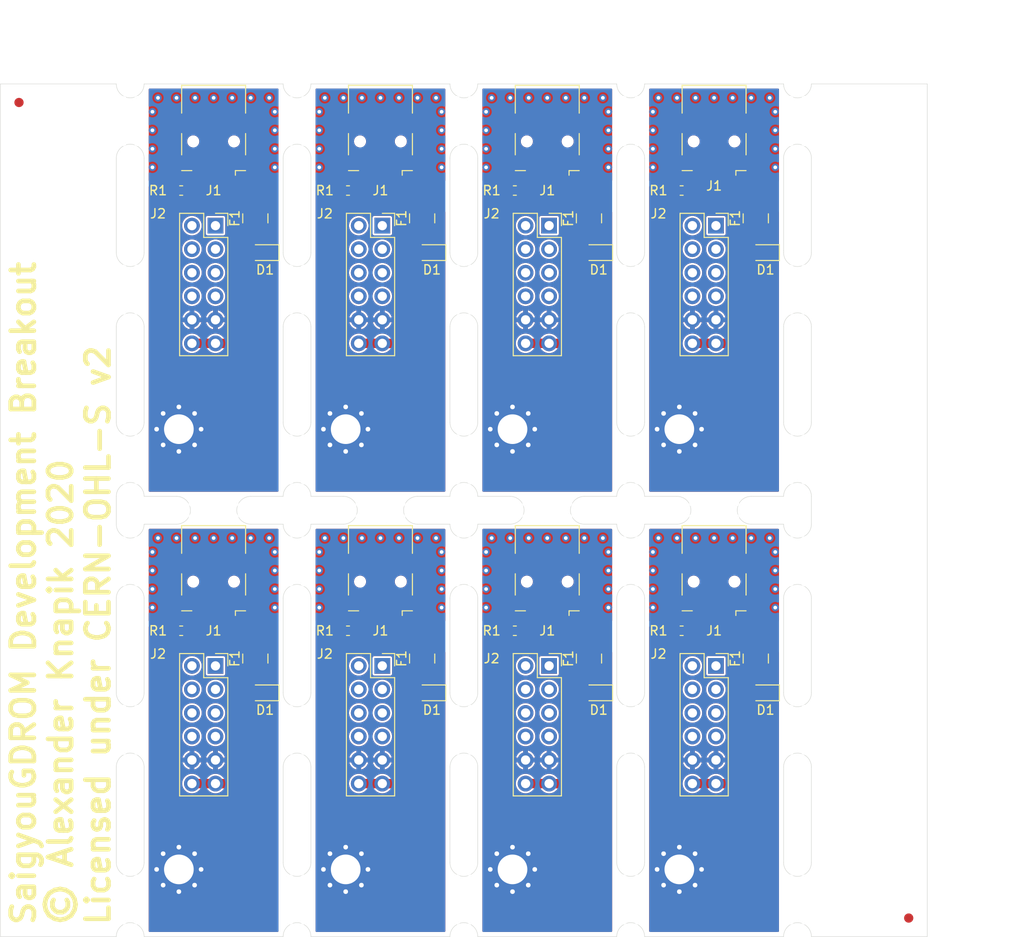
<source format=kicad_pcb>
(kicad_pcb (version 20210424) (generator pcbnew)
  (layers (0 "F.Cu" signal) (31 "B.Cu" signal) (34 "B.Paste" user) (35 "F.Paste" user) (36 "B.SilkS" user "B.Silkscreen") (37 "F.SilkS" user "F.Silkscreen") (38 "B.Mask" user) (39 "F.Mask" user) (44 "Edge.Cuts" user))
  (net 0 "")
  (net 1 "Net-(F1-Pad2)")
  (net 2 "GND")
  (net 3 "Net-(J1-Pad6)")
  (net 4 "Net-(J1-Pad4)")
  (net 5 "Net-(J1-Pad3)")
  (net 6 "Net-(J1-Pad2)")
  (net 7 "Net-(J2-Pad10)")
  (net 8 "Net-(J2-Pad4)")
  (net 9 "Net-(J2-Pad9)")
  (net 10 "Net-(J2-Pad3)")
  (net 11 "Net-(J2-Pad8)")
  (net 12 "Net-(J2-Pad2)")
  (net 13 "Net-(J2-Pad7)")
  (net 14 "Net-(J2-Pad1)")
  (net 15 "Net-(D1-Pad2)")
  (footprint "MountingHole:MountingHole_3.2mm_M3_Pad_Via" (layer "F.Cu") (at 95.55 75.8)
    (fp_text reference "H1" hide)
    (fp_text value "MountingHole_Pad" hide)
  )
  (footprint "iceGDROM:Mousebite" (layer "F.Cu") (at 108.3 108.25 90)
    (fp_text reference "REF**" hide)
    (fp_text value "Mousebite" hide)
  )
  (footprint "iceGDROM:Mousebite" (layer "F.Cu") (at 162.3 126.55 90)
    (fp_text reference "REF**" hide)
    (fp_text value "Mousebite" hide)
  )
  (footprint "Resistor_SMD:R_0603_1608Metric" (layer "F.Cu") (at 113.8 97.55)
    (fp_text reference "R1")
    (fp_text value "1M")
  )
  (footprint "iceGDROM:USB_Mini-B_Molex_657031020_Horizontal" (layer "F.Cu") (at 135.3 43.3)
    (fp_text reference "J1")
    (fp_text value "USB_B_Mini")
  )
  (footprint "Diode_SMD:D_SOD-323" (layer "F.Cu") (at 158.85 56.75 180)
    (fp_text reference "D1")
    (fp_text value "LESD3Z5.0CMT1G")
  )
  (footprint "Diode_SMD:D_SOD-323" (layer "F.Cu") (at 104.85 56.75 180)
    (fp_text reference "D1")
    (fp_text value "LESD3Z5.0CMT1G")
  )
  (footprint "iceGDROM:Mousebite" (layer "F.Cu") (at 162.3 42.55 90)
    (fp_text reference "REF**" hide)
    (fp_text value "Mousebite" hide)
  )
  (footprint "iceGDROM:Mousebite" (layer "F.Cu") (at 108.3 79.05 90)
    (fp_text reference "REF**" hide)
    (fp_text value "Mousebite" hide)
  )
  (footprint "iceGDROM:PMOD_Host_2x06_P2.54mm_Vertical" (layer "F.Cu") (at 99.5 101.34)
    (fp_text reference "J2")
    (fp_text value "PMOD")
  )
  (footprint "iceGDROM:Mousebite" (layer "F.Cu") (at 108.3 90.05 90)
    (fp_text reference "REF**" hide)
    (fp_text value "Mousebite" hide)
  )
  (footprint "iceGDROM:Mousebite" (layer "F.Cu") (at 162.3 79.05 90)
    (fp_text reference "REF**" hide)
    (fp_text value "Mousebite" hide)
  )
  (footprint "MountingHole:MountingHole_3.2mm_M3_Pad_Via" (layer "F.Cu") (at 113.55 75.8)
    (fp_text reference "H1" hide)
    (fp_text value "MountingHole_Pad" hide)
  )
  (footprint "Diode_SMD:D_SOD-323" (layer "F.Cu") (at 140.85 56.75 180)
    (fp_text reference "D1")
    (fp_text value "LESD3Z5.0CMT1G")
  )
  (footprint "iceGDROM:USB_Mini-B_Molex_657031020_Horizontal" (layer "F.Cu") (at 153.3 90.8)
    (fp_text reference "J1")
    (fp_text value "USB_B_Mini")
  )
  (footprint "Fuse:Fuse_1210_3225Metric_Castellated" (layer "F.Cu") (at 121.8 53.05 90)
    (fp_text reference "F1")
    (fp_text value "1A")
  )
  (footprint "iceGDROM:PMOD_Host_2x06_P2.54mm_Vertical" (layer "F.Cu") (at 135.5 53.84)
    (fp_text reference "J2")
    (fp_text value "PMOD")
  )
  (footprint "iceGDROM:Mousebite" (layer "F.Cu") (at 90.3 79.05 90)
    (fp_text reference "REF**" hide)
    (fp_text value "Mousebite" hide)
  )
  (footprint "iceGDROM:Mousebite" (layer "F.Cu") (at 90.3 108.25 90)
    (fp_text reference "REF**" hide)
    (fp_text value "Mousebite" hide)
  )
  (footprint "Resistor_SMD:R_0603_1608Metric" (layer "F.Cu") (at 95.8 50.05)
    (fp_text reference "R1")
    (fp_text value "1M")
  )
  (footprint "iceGDROM:Mousebite" (layer "F.Cu") (at 90.3 126.55 90)
    (fp_text reference "REF**" hide)
    (fp_text value "Mousebite" hide)
  )
  (footprint "iceGDROM:USB_Mini-B_Molex_657031020_Horizontal" (layer "F.Cu") (at 117.3 43.3)
    (fp_text reference "J1")
    (fp_text value "USB_B_Mini")
  )
  (footprint "iceGDROM:Mousebite" (layer "F.Cu") (at 144.3 79.05 90)
    (fp_text reference "REF**" hide)
    (fp_text value "Mousebite" hide)
  )
  (footprint "iceGDROM:PMOD_Host_2x06_P2.54mm_Vertical" (layer "F.Cu") (at 153.5 53.84)
    (fp_text reference "J2")
    (fp_text value "PMOD")
  )
  (footprint "Resistor_SMD:R_0603_1608Metric" (layer "F.Cu") (at 149.8 50.05)
    (fp_text reference "R1")
    (fp_text value "1M")
  )
  (footprint "iceGDROM:Mousebite" (layer "F.Cu") (at 108.3 126.55 90)
    (fp_text reference "REF**" hide)
    (fp_text value "Mousebite" hide)
  )
  (footprint "Fiducial:Fiducial_1mm_Mask2mm" (layer "F.Cu") (at 78.3 40.55)
    (fp_text reference "REF**" hide)
    (fp_text value "Fiducial_1mm_Mask2mm" hide)
  )
  (footprint "iceGDROM:Mousebite" (layer "F.Cu") (at 144.3 126.55 90)
    (fp_text reference "REF**" hide)
    (fp_text value "Mousebite" hide)
  )
  (footprint "iceGDROM:USB_Mini-B_Molex_657031020_Horizontal" (layer "F.Cu") (at 99.3 90.8)
    (fp_text reference "J1")
    (fp_text value "USB_B_Mini")
  )
  (footprint "iceGDROM:Mousebite" (layer "F.Cu") (at 90.3 90.05 90)
    (fp_text reference "REF**" hide)
    (fp_text value "Mousebite" hide)
  )
  (footprint "iceGDROM:Mousebite" (layer "F.Cu") (at 90.3 60.75 90)
    (fp_text reference "REF**" hide)
    (fp_text value "Mousebite" hide)
  )
  (footprint "iceGDROM:Mousebite" (layer "F.Cu") (at 108.3 42.55 90)
    (fp_text reference "REF**" hide)
    (fp_text value "Mousebite" hide)
  )
  (footprint "Fuse:Fuse_1210_3225Metric_Castellated" (layer "F.Cu") (at 121.8 100.55 90)
    (fp_text reference "F1")
    (fp_text value "1A")
  )
  (footprint "MountingHole:MountingHole_3.2mm_M3_Pad_Via" (layer "F.Cu") (at 113.55 123.3)
    (fp_text reference "H1" hide)
    (fp_text value "MountingHole_Pad" hide)
  )
  (footprint "Diode_SMD:D_SOD-323" (layer "F.Cu") (at 104.85 104.25 180)
    (fp_text reference "D1")
    (fp_text value "LESD3Z5.0CMT1G")
  )
  (footprint "iceGDROM:Mousebite" (layer "F.Cu") (at 126.3 90.05 90)
    (fp_text reference "REF**" hide)
    (fp_text value "Mousebite" hide)
  )
  (footprint "iceGDROM:Mousebite" (layer "F.Cu") (at 90.3 42.55 90)
    (fp_text reference "REF**" hide)
    (fp_text value "Mousebite" hide)
  )
  (footprint "Fuse:Fuse_1210_3225Metric_Castellated" (layer "F.Cu") (at 157.8 53.05 90)
    (fp_text reference "F1")
    (fp_text value "1A")
  )
  (footprint "Resistor_SMD:R_0603_1608Metric" (layer "F.Cu") (at 131.8 97.55)
    (fp_text reference "R1")
    (fp_text value "1M")
  )
  (footprint "iceGDROM:Mousebite" (layer "F.Cu") (at 117.3 84.55 180)
    (fp_text reference "REF**" hide)
    (fp_text value "Mousebite" hide)
  )
  (footprint "iceGDROM:Mousebite" (layer "F.Cu") (at 144.3 108.25 90)
    (fp_text reference "REF**" hide)
    (fp_text value "Mousebite" hide)
  )
  (footprint "iceGDROM:Mousebite" (layer "F.Cu") (at 99.3 84.55 180)
    (fp_text reference "REF**" hide)
    (fp_text value "Mousebite" hide)
  )
  (footprint "Resistor_SMD:R_0603_1608Metric" (layer "F.Cu") (at 95.8 97.55)
    (fp_text reference "R1")
    (fp_text value "1M")
  )
  (footprint "Fiducial:Fiducial_1mm_Mask2mm" (layer "F.Cu") (at 174.3 128.55)
    (fp_text reference "REF**" hide)
    (fp_text value "Fiducial_1mm_Mask2mm" hide)
  )
  (footprint "Fuse:Fuse_1210_3225Metric_Castellated" (layer "F.Cu") (at 103.8 100.55 90)
    (fp_text reference "F1")
    (fp_text value "1A")
  )
  (footprint "Diode_SMD:D_SOD-323" (layer "F.Cu") (at 140.85 104.25 180)
    (fp_text reference "D1")
    (fp_text value "LESD3Z5.0CMT1G")
  )
  (footprint "Resistor_SMD:R_0603_1608Metric" (layer "F.Cu") (at 131.8 50.05)
    (fp_text reference "R1")
    (fp_text value "1M")
  )
  (footprint "iceGDROM:USB_Mini-B_Molex_657031020_Horizontal" (layer "F.Cu") (at 153.3 43.3)
    (fp_text reference "J1")
    (fp_text value "USB_B_Mini")
  )
  (footprint "iceGDROM:Mousebite" (layer "F.Cu") (at 162.3 90.05 90)
    (fp_text reference "REF**" hide)
    (fp_text value "Mousebite" hide)
  )
  (footprint "iceGDROM:Mousebite" (layer "F.Cu") (at 108.3 60.75 90)
    (fp_text reference "REF**" hide)
    (fp_text value "Mousebite" hide)
  )
  (footprint "iceGDROM:Mousebite" (layer "F.Cu") (at 162.3 60.75 90)
    (fp_text reference "REF**" hide)
    (fp_text value "Mousebite" hide)
  )
  (footprint "Fuse:Fuse_1210_3225Metric_Castellated" (layer "F.Cu") (at 139.8 100.55 90)
    (fp_text reference "F1")
    (fp_text value "1A")
  )
  (footprint "iceGDROM:Mousebite" (layer "F.Cu") (at 144.3 90.05 90)
    (fp_text reference "REF**" hide)
    (fp_text value "Mousebite" hide)
  )
  (footprint "Resistor_SMD:R_0603_1608Metric" (layer "F.Cu") (at 113.8 50.05)
    (fp_text reference "R1")
    (fp_text value "1M")
  )
  (footprint "MountingHole:MountingHole_3.2mm_M3_Pad_Via" (layer "F.Cu") (at 131.55 123.3)
    (fp_text reference "H1" hide)
    (fp_text value "MountingHole_Pad" hide)
  )
  (footprint "MountingHole:MountingHole_3.2mm_M3_Pad_Via" (layer "F.Cu") (at 131.55 75.8)
    (fp_text reference "H1" hide)
    (fp_text value "MountingHole_Pad" hide)
  )
  (footprint "iceGDROM:Mousebite" (layer "F.Cu") (at 153.3 84.55 180)
    (fp_text reference "REF**" hide)
    (fp_text value "Mousebite" hide)
  )
  (footprint "iceGDROM:Mousebite" (layer "F.Cu") (at 126.3 126.55 90)
    (fp_text reference "REF**" hide)
    (fp_text value "Mousebite" hide)
  )
  (footprint "Diode_SMD:D_SOD-323" (layer "F.Cu") (at 158.85 104.25 180)
    (fp_text reference "D1")
    (fp_text value "LESD3Z5.0CMT1G")
  )
  (footprint "MountingHole:MountingHole_3.2mm_M3_Pad_Via" (layer "F.Cu") (at 149.55 123.3)
    (fp_text reference "H1" hide)
    (fp_text value "MountingHole_Pad" hide)
  )
  (footprint "iceGDROM:USB_Mini-B_Molex_657031020_Horizontal" (layer "F.Cu") (at 99.3 43.3)
    (fp_text reference "J1")
    (fp_text value "USB_B_Mini")
  )
  (footprint "iceGDROM:Mousebite" (layer "F.Cu") (at 144.3 42.55 90)
    (fp_text reference "REF**" hide)
    (fp_text value "Mousebite" hide)
  )
  (footprint "Fuse:Fuse_1210_3225Metric_Castellated" (layer "F.Cu") (at 103.8 53.05 90)
    (fp_text reference "F1")
    (fp_text value "1A")
  )
  (footprint "iceGDROM:Mousebite" (layer "F.Cu") (at 126.3 42.55 90)
    (fp_text reference "REF**" hide)
    (fp_text value "Mousebite" hide)
  )
  (footprint "MountingHole:MountingHole_3.2mm_M3_Pad_Via" (layer "F.Cu") (at 149.55 75.8)
    (fp_text reference "H1" hide)
    (fp_text value "MountingHole_Pad" hide)
  )
  (footprint "Diode_SMD:D_SOD-323" (layer "F.Cu") (at 122.85 104.25 180)
    (fp_text reference "D1")
    (fp_text value "LESD3Z5.0CMT1G")
  )
  (footprint "iceGDROM:Mousebite" (layer "F.Cu") (at 126.3 60.75 90)
    (fp_text reference "REF**" hide)
    (fp_text value "Mousebite" hide)
  )
  (footprint "Fuse:Fuse_1210_3225Metric_Castellated" (layer "F.Cu") (at 157.8 100.55 90)
    (fp_text reference "F1")
    (fp_text value "1A")
  )
  (footprint "iceGDROM:PMOD_Host_2x06_P2.54mm_Vertical" (layer "F.Cu") (at 135.5 101.34)
    (fp_text reference "J2")
    (fp_text value "PMOD")
  )
  (footprint "iceGDROM:Mousebite" (layer "F.Cu") (at 135.3 84.55 180)
    (fp_text reference "REF**" hide)
    (fp_text value "Mousebite" hide)
  )
  (footprint "iceGDROM:Mousebite" (layer "F.Cu") (at 126.3 79.05 90)
    (fp_text reference "REF**" hide)
    (fp_text value "Mousebite" hide)
  )
  (footprint "iceGDROM:Mousebite" (layer "F.Cu") (at 126.3 108.25 90)
    (fp_text reference "REF**" hide)
    (fp_text value "Mousebite" hide)
  )
  (footprint "iceGDROM:Mousebite" (layer "F.Cu") (at 162.3 108.25 90)
    (fp_text reference "REF**" hide)
    (fp_text value "Mousebite" hide)
  )
  (footprint "Diode_SMD:D_SOD-323" (layer "F.Cu") (at 122.85 56.75 180)
    (fp_text reference "D1")
    (fp_text value "LESD3Z5.0CMT1G")
  )
  (footprint "iceGDROM:Mousebite" (layer "F.Cu") (at 144.3 60.75 90)
    (fp_text reference "REF**" hide)
    (fp_text value "Mousebite" hide)
  )
  (footprint "iceGDROM:PMOD_Host_2x06_P2.54mm_Vertical" (layer "F.Cu") (at 117.5 101.34)
    (fp_text reference "J2")
    (fp_text value "PMOD")
  )
  (footprint "iceGDROM:PMOD_Host_2x06_P2.54mm_Vertical" (layer "F.Cu") (at 117.5 53.84)
    (fp_text reference "J2")
    (fp_text value "PMOD")
  )
  (footprint "iceGDROM:USB_Mini-B_Molex_657031020_Horizontal" (layer "F.Cu") (at 117.3 90.8)
    (fp_text reference "J1")
    (fp_text value "USB_B_Mini")
  )
  (footprint "Resistor_SMD:R_0603_1608Metric" (layer "F.Cu") (at 149.8 97.55)
    (fp_text reference "R1")
    (fp_text value "1M")
  )
  (footprint "iceGDROM:PMOD_Host_2x06_P2.54mm_Vertical" (layer "F.Cu") (at 153.5 101.34)
    (fp_text reference "J2")
    (fp_text value "PMOD")
  )
  (footprint "iceGDROM:USB_Mini-B_Molex_657031020_Horizontal" (layer "F.Cu") (at 135.3 90.8)
    (fp_text reference "J1")
    (fp_text value "USB_B_Mini")
  )
  (footprint "iceGDROM:PMOD_Host_2x06_P2.54mm_Vertical" (layer "F.Cu") (at 99.5 53.84)
    (fp_text reference "J2")
    (fp_text value "PMOD")
  )
  (footprint "Fuse:Fuse_1210_3225Metric_Castellated" (layer "F.Cu") (at 139.8 53.05 90)
    (fp_text reference "F1")
    (fp_text value "1A")
  )
  (footprint "MountingHole:MountingHole_3.2mm_M3_Pad_Via" (layer "F.Cu") (at 95.55 123.3)
    (fp_text reference "H1" hide)
    (fp_text value "MountingHole_Pad" hide)
  )
  (gr_arc (start 144.3 130.55) (end 145.8 130.55) (angle -180) (layer "Edge.Cuts") (width 0.05))
  (gr_arc (start 126.3 122.55) (end 124.8 122.55) (angle -180) (layer "Edge.Cuts") (width 0.05))
  (gr_arc (start 126.3 75.05) (end 124.8 75.05) (angle -180) (layer "Edge.Cuts") (width 0.05))
  (gr_line (start 160.8 46.55) (end 160.8 56.55) (layer "Edge.Cuts") (width 0.05))
  (gr_arc (start 108.3 104.25) (end 106.8 104.25) (angle -180) (layer "Edge.Cuts") (width 0.05))
  (gr_line (start 109.8 83.05) (end 113.3 83.05) (layer "Edge.Cuts") (width 0.05))
  (gr_line (start 109.8 130.55) (end 124.8 130.55) (layer "Edge.Cuts") (width 0.05))
  (gr_arc (start 144.3 83.05) (end 145.8 83.05) (angle -180) (layer "Edge.Cuts") (width 0.05))
  (gr_arc (start 144.3 46.55) (end 145.8 46.55) (angle -180) (layer "Edge.Cuts") (width 0.05))
  (gr_line (start 145.8 86.05) (end 149.3 86.05) (layer "Edge.Cuts") (width 0.05))
  (gr_line (start 109.8 86.05) (end 113.3 86.05) (layer "Edge.Cuts") (width 0.05))
  (gr_line (start 76.3 38.55) (end 88.8 38.55) (layer "Edge.Cuts") (width 0.05))
  (gr_line (start 145.8 112.25) (end 145.8 122.55) (layer "Edge.Cuts") (width 0.05))
  (gr_arc (start 90.3 46.55) (end 91.8 46.55) (angle -180) (layer "Edge.Cuts") (width 0.05))
  (gr_arc (start 162.3 112.25) (end 163.8 112.25) (angle -180) (layer "Edge.Cuts") (width 0.05))
  (gr_line (start 176.3 38.55) (end 163.8 38.55) (layer "Edge.Cuts") (width 0.05))
  (gr_arc (start 90.3 83.05) (end 91.8 83.05) (angle -180) (layer "Edge.Cuts") (width 0.05))
  (gr_line (start 88.8 46.55) (end 88.8 56.75) (layer "Edge.Cuts") (width 0.05))
  (gr_arc (start 162.3 75.05) (end 160.8 75.05) (angle -180) (layer "Edge.Cuts") (width 0.05))
  (gr_line (start 127.8 86.05) (end 131.3 86.05) (layer "Edge.Cuts") (width 0.05))
  (gr_arc (start 108.3 122.55) (end 106.8 122.55) (angle -180) (layer "Edge.Cuts") (width 0.05))
  (gr_line (start 121.3 83.05) (end 124.8 83.05) (layer "Edge.Cuts") (width 0.05))
  (gr_line (start 106.8 64.75) (end 106.8 75.05) (layer "Edge.Cuts") (width 0.05))
  (gr_arc (start 162.3 56.75) (end 160.8 56.75) (angle -180) (layer "Edge.Cuts") (width 0.05))
  (gr_line (start 160.8 112.25) (end 160.8 122.55) (layer "Edge.Cuts") (width 0.05))
  (gr_arc (start 126.3 64.75) (end 127.8 64.75) (angle -180) (layer "Edge.Cuts") (width 0.05))
  (gr_line (start 163.8 94.05) (end 163.8 104.25) (layer "Edge.Cuts") (width 0.05))
  (gr_line (start 124.8 112.25) (end 124.8 122.55) (layer "Edge.Cuts") (width 0.05))
  (gr_line (start 106.8 94.05) (end 106.8 104.25) (layer "Edge.Cuts") (width 0.05))
  (gr_arc (start 108.3 94.05) (end 109.8 94.05) (angle -180) (layer "Edge.Cuts") (width 0.05))
  (gr_line (start 88.8 94.05) (end 88.8 104.25) (layer "Edge.Cuts") (width 0.05))
  (gr_line (start 163.8 64.75) (end 163.8 75.05) (layer "Edge.Cuts") (width 0.05))
  (gr_line (start 109.8 46.55) (end 109.8 56.75) (layer "Edge.Cuts") (width 0.05))
  (gr_arc (start 139.3 84.55) (end 139.3 83.05) (angle -180) (layer "Edge.Cuts") (width 0.05))
  (gr_arc (start 108.3 112.25) (end 109.8 112.25) (angle -180) (layer "Edge.Cuts") (width 0.05))
  (gr_arc (start 126.3 94.05) (end 127.8 94.05) (angle -180) (layer "Edge.Cuts") (width 0.05))
  (gr_line (start 145.8 94.05) (end 145.8 104.25) (layer "Edge.Cuts") (width 0.05))
  (gr_arc (start 126.3 86.05) (end 124.8 86.05) (angle -180) (layer "Edge.Cuts") (width 0.05))
  (gr_line (start 124.8 94.05) (end 124.8 104.25) (layer "Edge.Cuts") (width 0.05))
  (gr_line (start 139.3 83.05) (end 142.8 83.05) (layer "Edge.Cuts") (width 0.05))
  (gr_arc (start 90.3 112.25) (end 91.8 112.25) (angle -180) (layer "Edge.Cuts") (width 0.05))
  (gr_line (start 91.8 64.75) (end 91.8 75.05) (layer "Edge.Cuts") (width 0.05))
  (gr_line (start 163.8 130.55) (end 176.3 130.55) (layer "Edge.Cuts") (width 0.05))
  (gr_arc (start 126.3 130.55) (end 127.8 130.55) (angle -180) (layer "Edge.Cuts") (width 0.05))
  (gr_arc (start 126.3 56.75) (end 124.8 56.75) (angle -180) (layer "Edge.Cuts") (width 0.05))
  (gr_line (start 163.8 46.55) (end 163.8 56.75) (layer "Edge.Cuts") (width 0.05))
  (gr_line (start 176.3 38.55) (end 176.3 130.55) (layer "Edge.Cuts") (width 0.05))
  (gr_arc (start 144.3 94.05) (end 145.8 94.05) (angle -180) (layer "Edge.Cuts") (width 0.05))
  (gr_line (start 145.8 83.05) (end 149.3 83.05) (layer "Edge.Cuts") (width 0.05))
  (gr_line (start 160.8 94.05) (end 160.8 104.25) (layer "Edge.Cuts") (width 0.05))
  (gr_line (start 145.8 64.75) (end 145.8 75.05) (layer "Edge.Cuts") (width 0.05))
  (gr_arc (start 126.3 46.55) (end 127.8 46.55) (angle -180) (layer "Edge.Cuts") (width 0.05))
  (gr_arc (start 157.3 84.55) (end 157.3 83.05) (angle -180) (layer "Edge.Cuts") (width 0.05))
  (gr_arc (start 108.3 130.55) (end 109.8 130.55) (angle -180) (layer "Edge.Cuts") (width 0.05))
  (gr_line (start 91.8 83.05) (end 95.3 83.05) (layer "Edge.Cuts") (width 0.05))
  (gr_line (start 76.3 130.55) (end 76.3 38.55) (layer "Edge.Cuts") (width 0.05))
  (gr_arc (start 90.3 56.75) (end 88.8 56.75) (angle -180) (layer "Edge.Cuts") (width 0.05))
  (gr_arc (start 162.3 64.75) (end 163.8 64.75) (angle -180) (layer "Edge.Cuts") (width 0.05))
  (gr_line (start 127.8 46.55) (end 127.8 56.75) (layer "Edge.Cuts") (width 0.05))
  (gr_arc (start 108.3 38.55) (end 106.8 38.55) (angle -180) (layer "Edge.Cuts") (width 0.05))
  (gr_line (start 103.3 83.05) (end 106.8 83.05) (layer "Edge.Cuts") (width 0.05))
  (gr_arc (start 90.3 104.25) (end 88.8 104.25) (angle -180) (layer "Edge.Cuts") (width 0.05))
  (gr_line (start 106.8 112.25) (end 106.8 122.55) (layer "Edge.Cuts") (width 0.05))
  (gr_line (start 106.8 38.55) (end 91.8 38.55) (layer "Edge.Cuts") (width 0.05))
  (gr_arc (start 103.3 84.55) (end 103.3 83.05) (angle -180) (layer "Edge.Cuts") (width 0.05))
  (gr_arc (start 144.3 122.55) (end 142.8 122.55) (angle -180) (layer "Edge.Cuts") (width 0.05))
  (gr_arc (start 126.3 38.55) (end 124.8 38.55) (angle -180) (layer "Edge.Cuts") (width 0.05))
  (gr_line (start 91.8 130.55) (end 106.8 130.55) (layer "Edge.Cuts") (width 0.05))
  (gr_arc (start 108.3 64.75) (end 109.8 64.75) (angle -180) (layer "Edge.Cuts") (width 0.05))
  (gr_line (start 127.8 83.05) (end 131.3 83.05) (layer "Edge.Cuts") (width 0.05))
  (gr_line (start 145.8 46.55) (end 145.8 56.75) (layer "Edge.Cuts") (width 0.05))
  (gr_arc (start 162.3 46.55) (end 163.8 46.55) (angle -180) (layer "Edge.Cuts") (width 0.05))
  (gr_arc (start 162.3 86.05) (end 160.8 86.05) (angle -180) (layer "Edge.Cuts") (width 0.05))
  (gr_line (start 145.8 130.55) (end 160.8 130.55) (layer "Edge.Cuts") (width 0.05))
  (gr_line (start 142.8 94.05) (end 142.8 104.25) (layer "Edge.Cuts") (width 0.05))
  (gr_line (start 91.8 94.05) (end 91.8 104.25) (layer "Edge.Cuts") (width 0.05))
  (gr_arc (start 108.3 46.55) (end 109.8 46.55) (angle -180) (layer "Edge.Cuts") (width 0.05))
  (gr_line (start 88.8 112.25) (end 88.8 122.55) (layer "Edge.Cuts") (width 0.05))
  (gr_line (start 91.8 46.55) (end 91.8 56.75) (layer "Edge.Cuts") (width 0.05))
  (gr_line (start 124.8 46.55) (end 124.8 56.75) (layer "Edge.Cuts") (width 0.05))
  (gr_line (start 157.3 86.05) (end 160.8 86.05) (layer "Edge.Cuts") (width 0.05))
  (gr_arc (start 90.3 86.05) (end 88.8 86.05) (angle -180) (layer "Edge.Cuts") (width 0.05))
  (gr_arc (start 149.3 84.55) (end 149.3 86.05) (angle -180) (layer "Edge.Cuts") (width 0.05))
  (gr_arc (start 90.3 75.05) (end 88.8 75.05) (angle -180) (layer "Edge.Cuts") (width 0.05))
  (gr_arc (start 95.3 84.55) (end 95.3 86.05) (angle -180) (layer "Edge.Cuts") (width 0.05))
  (gr_line (start 163.8 112.25) (end 163.8 122.55) (layer "Edge.Cuts") (width 0.05))
  (gr_arc (start 90.3 122.55) (end 88.8 122.55) (angle -180) (layer "Edge.Cuts") (width 0.05))
  (gr_arc (start 162.3 38.55) (end 160.8 38.55) (angle -180) (layer "Edge.Cuts") (width 0.05))
  (gr_line (start 109.8 64.75) (end 109.8 75.05) (layer "Edge.Cuts") (width 0.05))
  (gr_line (start 160.8 56.55) (end 160.8 56.75) (layer "Edge.Cuts") (width 0.05))
  (gr_line (start 76.3 130.55) (end 88.8 130.55) (layer "Edge.Cuts") (width 0.05))
  (gr_line (start 139.3 86.05) (end 142.8 86.05) (layer "Edge.Cuts") (width 0.05))
  (gr_line (start 160.8 38.55) (end 145.8 38.55) (layer "Edge.Cuts") (width 0.05))
  (gr_line (start 127.8 94.05) (end 127.8 104.25) (layer "Edge.Cuts") (width 0.05))
  (gr_arc (start 162.3 104.25) (end 160.8 104.25) (angle -180) (layer "Edge.Cuts") (width 0.05))
  (gr_line (start 163.8 83.05) (end 163.8 86.05) (layer "Edge.Cuts") (width 0.05))
  (gr_line (start 142.8 64.75) (end 142.8 75.05) (layer "Edge.Cuts") (width 0.05))
  (gr_line (start 88.8 64.75) (end 88.8 75.05) (layer "Edge.Cuts") (width 0.05))
  (gr_line (start 124.8 64.75) (end 124.8 75.05) (layer "Edge.Cuts") (width 0.05))
  (gr_line (start 160.8 64.75) (end 160.8 75.05) (layer "Edge.Cuts") (width 0.05))
  (gr_line (start 109.8 112.25) (end 109.8 122.55) (layer "Edge.Cuts") (width 0.05))
  (gr_arc (start 108.3 83.05) (end 109.8 83.05) (angle -180) (layer "Edge.Cuts") (width 0.05))
  (gr_line (start 88.8 83.05) (end 88.8 86.05) (layer "Edge.Cuts") (width 0.05))
  (gr_arc (start 144.3 56.75) (end 142.8 56.75) (angle -180) (layer "Edge.Cuts") (width 0.05))
  (gr_arc (start 113.3 84.55) (end 113.3 86.05) (angle -180) (layer "Edge.Cuts") (width 0.05))
  (gr_line (start 121.3 86.05) (end 124.8 86.05) (layer "Edge.Cuts") (width 0.05))
  (gr_arc (start 162.3 94.05) (end 163.8 94.05) (angle -180) (layer "Edge.Cuts") (width 0.05))
  (gr_arc (start 121.3 84.55) (end 121.3 83.05) (angle -180) (layer "Edge.Cuts") (width 0.05))
  (gr_line (start 91.8 112.25) (end 91.8 122.55) (layer "Edge.Cuts") (width 0.05))
  (gr_line (start 103.3 86.05) (end 106.8 86.05) (layer "Edge.Cuts") (width 0.05))
  (gr_arc (start 144.3 104.25) (end 142.8 104.25) (angle -180) (layer "Edge.Cuts") (width 0.05))
  (gr_arc (start 90.3 130.55) (end 91.8 130.55) (angle -180) (layer "Edge.Cuts") (width 0.05))
  (gr_line (start 106.8 46.55) (end 106.8 56.75) (layer "Edge.Cuts") (width 0.05))
  (gr_arc (start 144.3 64.75) (end 145.8 64.75) (angle -180) (layer "Edge.Cuts") (width 0.05))
  (gr_arc (start 144.3 38.55) (end 142.8 38.55) (angle -180) (layer "Edge.Cuts") (width 0.05))
  (gr_arc (start 90.3 64.75) (end 91.8 64.75) (angle -180) (layer "Edge.Cuts") (width 0.05))
  (gr_line (start 124.8 38.55) (end 109.8 38.55) (layer "Edge.Cuts") (width 0.05))
  (gr_line (start 127.8 112.25) (end 127.8 122.55) (layer "Edge.Cuts") (width 0.05))
  (gr_line (start 91.8 86.05) (end 95.3 86.05) (layer "Edge.Cuts") (width 0.05))
  (gr_arc (start 131.3 84.55) (end 131.3 86.05) (angle -180) (layer "Edge.Cuts") (width 0.05))
  (gr_arc (start 108.3 75.05) (end 106.8 75.05) (angle -180) (layer "Edge.Cuts") (width 0.05))
  (gr_arc (start 162.3 130.55) (end 163.8 130.55) (angle -180) (layer "Edge.Cuts") (width 0.05))
  (gr_arc (start 162.3 122.55) (end 160.8 122.55) (angle -180) (layer "Edge.Cuts") (width 0.05))
  (gr_line (start 157.3 83.05) (end 160.8 83.05) (layer "Edge.Cuts") (width 0.05))
  (gr_line (start 142.8 38.55) (end 127.8 38.55) (layer "Edge.Cuts") (width 0.05))
  (gr_arc (start 108.3 56.75) (end 106.8 56.75) (angle -180) (layer "Edge.Cuts") (width 0.05))
  (gr_arc (start 126.3 83.05) (end 127.8 83.05) (angle -180) (layer "Edge.Cuts") (width 0.05))
  (gr_arc (start 144.3 75.05) (end 142.8 75.05) (angle -180) (layer "Edge.Cuts") (width 0.05))
  (gr_arc (start 126.3 112.25) (end 127.8 112.25) (angle -180) (layer "Edge.Cuts") (width 0.05))
  (gr_line (start 142.8 112.25) (end 142.8 122.55) (layer "Edge.Cuts") (width 0.05))
  (gr_arc (start 90.3 94.05) (end 91.8 94.05) (angle -180) (layer "Edge.Cuts") (width 0.05))
  (gr_arc (start 108.3 86.05) (end 106.8 86.05) (angle -180) (layer "Edge.Cuts") (width 0.05))
  (gr_arc (start 144.3 112.25) (end 145.8 112.25) (angle -180) (layer "Edge.Cuts") (width 0.05))
  (gr_line (start 127.8 130.55) (end 142.8 130.55) (layer "Edge.Cuts") (width 0.05))
  (gr_line (start 109.8 94.05) (end 109.8 104.25) (layer "Edge.Cuts") (width 0.05))
  (gr_line (start 127.8 64.75) (end 127.8 75.05) (layer "Edge.Cuts") (width 0.05))
  (gr_arc (start 162.3 83.05) (end 163.8 83.05) (angle -180) (layer "Edge.Cuts") (width 0.05))
  (gr_line (start 142.8 46.55) (end 142.8 56.75) (layer "Edge.Cuts") (width 0.05))
  (gr_arc (start 126.3 104.25) (end 124.8 104.25) (angle -180) (layer "Edge.Cuts") (width 0.05))
  (gr_arc (start 144.3 86.05) (end 142.8 86.05) (angle -180) (layer "Edge.Cuts") (width 0.05))
  (gr_arc (start 90.3 38.55) (end 88.8 38.55) (angle -180) (layer "Edge.Cuts") (width 0.05))
  (gr_text "SaigyouGDROM Development Breakout\n© Alexander Knapik 2020\nLicensed under CERN-OHL-S v2" (at 82.8 129.55 90) (layer "F.SilkS") (effects (font (size 2.5 2.5) (thickness 0.5)) (justify left)))
  (segment (start 136.9 46.8) (end 136.9 50.4) (width 0.508) (layer "F.Cu") (net 1))
  (segment (start 100.9 46.8) (end 100.9 50.4) (width 0.508) (layer "F.Cu") (net 1))
  (segment (start 154.9 97.9) (end 156.125 99.125) (width 0.508) (layer "F.Cu") (net 1))
  (segment (start 120.125 51.625) (end 121.8 51.625) (width 0.508) (layer "F.Cu") (net 1))
  (segment (start 154.9 46.8) (end 154.9 50.4) (width 0.508) (layer "F.Cu") (net 1))
  (segment (start 102.125 99.125) (end 103.8 99.125) (width 0.508) (layer "F.Cu") (net 1))
  (segment (start 136.9 97.9) (end 138.125 99.125) (width 0.508) (layer "F.Cu") (net 1))
  (segment (start 136.9 94.3) (end 136.9 97.9) (width 0.508) (layer "F.Cu") (net 1))
  (segment (start 118.9 46.8) (end 118.9 50.4) (width 0.508) (layer "F.Cu") (net 1))
  (segment (start 136.9 50.4) (end 138.125 51.625) (width 0.508) (layer "F.Cu") (net 1))
  (segment (start 120.125 99.125) (end 121.8 99.125) (width 0.508) (layer "F.Cu") (net 1))
  (segment (start 118.9 97.9) (end 120.125 99.125) (width 0.508) (layer "F.Cu") (net 1))
  (segment (start 154.9 94.3) (end 154.9 97.9) (width 0.508) (layer "F.Cu") (net 1))
  (segment (start 102.125 51.625) (end 103.8 51.625) (width 0.508) (layer "F.Cu") (net 1))
  (segment (start 138.125 51.625) (end 139.8 51.625) (width 0.508) (layer "F.Cu") (net 1))
  (segment (start 156.125 99.125) (end 157.8 99.125) (width 0.508) (layer "F.Cu") (net 1))
  (segment (start 100.9 97.9) (end 102.125 99.125) (width 0.508) (layer "F.Cu") (net 1))
  (segment (start 100.9 50.4) (end 102.125 51.625) (width 0.508) (layer "F.Cu") (net 1))
  (segment (start 154.9 50.4) (end 156.125 51.625) (width 0.508) (layer "F.Cu") (net 1))
  (segment (start 100.9 94.3) (end 100.9 97.9) (width 0.508) (layer "F.Cu") (net 1))
  (segment (start 156.125 51.625) (end 157.8 51.625) (width 0.508) (layer "F.Cu") (net 1))
  (segment (start 118.9 94.3) (end 118.9 97.9) (width 0.508) (layer "F.Cu") (net 1))
  (segment (start 138.125 99.125) (end 139.8 99.125) (width 0.508) (layer "F.Cu") (net 1))
  (segment (start 118.9 50.4) (end 120.125 51.625) (width 0.508) (layer "F.Cu") (net 1))
  (segment (start 117.3 40.05) (end 115.125 40.05) (width 0.508) (layer "F.Cu") (net 3))
  (segment (start 95.0125 95.1875) (end 94.375 94.55) (width 0.508) (layer "F.Cu") (net 3))
  (segment (start 95.0125 46.9375) (end 94.875 46.8) (width 0.508) (layer "F.Cu") (net 3))
  (segment (start 147.875 95.05) (end 148.375 94.55) (width 0.508) (layer "F.Cu") (net 3))
  (segment (start 128.7 47.55) (end 129.875 47.55) (width 0.508) (layer "F.Cu") (net 3))
  (segment (start 131.0125 97.55) (end 131.0125 94.4375) (width 0.508) (layer "F.Cu") (net 3))
  (segment (start 146.7 95.05) (end 147.875 95.05) (width 0.508) (layer "F.Cu") (net 3))
  (segment (start 113.0125 97.55) (end 113.0125 94.4375) (width 0.508) (layer "F.Cu") (net 3))
  (segment (start 159.9 41.55) (end 159.9 47.55) (width 0.508) (layer "F.Cu") (net 3))
  (segment (start 146.7 41.55) (end 146.7 40.65) (width 0.508) (layer "F.Cu") (net 3))
  (segment (start 110.7 88.15) (end 111.3 87.55) (width 0.508) (layer "F.Cu") (net 3))
  (segment (start 111.875 47.55) (end 112.375 47.05) (width 0.508) (layer "F.Cu") (net 3))
  (segment (start 131.0125 97.55) (end 131.0125 95.1875) (width 0.508) (layer "F.Cu") (net 3))
  (segment (start 131.0125 50.05) (end 131.0125 46.9375) (width 0.508) (layer "F.Cu") (net 3))
  (segment (start 92.7 40.65) (end 93.3 40.05) (width 0.508) (layer "F.Cu") (net 3))
  (segment (start 110.7 47.55) (end 110.7 41.55) (width 0.508) (layer "F.Cu") (net 3))
  (segment (start 129.875 47.55) (end 130.375 47.05) (width 0.508) (layer "F.Cu") (net 3))
  (segment (start 159.3 88.45) (end 159.9 89.05) (width 0.508) (layer "F.Cu") (net 3))
  (segment (start 92.7 47.55) (end 92.7 41.55) (width 0.508) (layer "F.Cu") (net 3))
  (segment (start 95.0125 94.4375) (end 94.875 94.3) (width 0.508) (layer "F.Cu") (net 3))
  (segment (start 159.3 40.05) (end 159.3 40.95) (width 0.508) (layer "F.Cu") (net 3))
  (segment (start 135.3 87.55) (end 133.125 87.55) (width 0.508) (layer "F.Cu") (net 3))
  (segment (start 117.3 87.55) (end 115.125 87.55) (width 0.508) (layer "F.Cu") (net 3))
  (segment (start 105.3 40.05) (end 105.3 40.95) (width 0.508) (layer "F.Cu") (net 3))
  (segment (start 99.3 87.55) (end 97.125 87.55) (width 0.508) (layer "F.Cu") (net 3))
  (segment (start 133.125 87.55) (end 130.375 90.3) (width 0.508) (layer "F.Cu") (net 3))
  (segment (start 149.0125 50.05) (end 149.0125 47.6875) (width 0.508) (layer "F.Cu") (net 3))
  (segment (start 146.7 88.15) (end 147.3 87.55) (width 0.508) (layer "F.Cu") (net 3))
  (segment (start 128.7 95.05) (end 129.875 95.05) (width 0.508) (layer "F.Cu") (net 3))
  (segment (start 147.875 47.55) (end 148.375 47.05) (width 0.508) (layer "F.Cu") (net 3))
  (segment (start 146.7 95.05) (end 146.7 89.05) (width 0.508) (layer "F.Cu") (net 3))
  (segment (start 110.7 47.55) (end 111.875 47.55) (width 0.508) (layer "F.Cu") (net 3))
  (segment (start 105.9 41.55) (end 105.9 47.55) (width 0.508) (layer "F.Cu") (net 3))
  (segment (start 110.7 95.05) (end 110.7 89.05) (width 0.508) (layer "F.Cu") (net 3))
  (segment (start 128.7 41.55) (end 128.7 40.65) (width 0.508) (layer "F.Cu") (net 3))
  (segment (start 105.3 87.55) (end 105.3 88.45) (width 0.508) (layer "F.Cu") (net 3))
  (segment (start 131.0125 47.6875) (end 130.375 47.05) (width 0.508) (layer "F.Cu") (net 3))
  (segment (start 97.125 87.55) (end 94.375 90.3) (width 0.508) (layer "F.Cu") (net 3))
  (segment (start 113.0125 50.05) (end 113.0125 46.9375) (width 0.508) (layer "F.Cu") (net 3))
  (segment (start 151.125 87.55) (end 148.375 90.3) (width 0.508) (layer "F.Cu") (net 3))
  (segment (start 131.0125 46.9375) (end 130.875 46.8) (width 0.508) (layer "F.Cu") (net 3))
  (segment (start 110.7 89.05) (end 110.7 88.15) (width 0.508) (layer "F.Cu") (net 3))
  (segment (start 128.7 89.05) (end 128.7 88.15) (width 0.508) (layer "F.Cu") (net 3))
  (segment (start 95.0125 50.05) (end 95.0125 47.6875) (width 0.508) (layer "F.Cu") (net 3))
  (segment (start 93.3 87.55) (end 105.3 87.55) (width 0.508) (layer "F.Cu") (net 3))
  (segment (start 123.3 88.45) (end 123.9 89.05) (width 0.508) (layer "F.Cu") (net 3))
  (segment (start 153.3 40.05) (end 151.125 40.05) (width 0.508) (layer "F.Cu") (net 3))
  (segment (start 146.7 47.55) (end 147.875 47.55) (width 0.508) (layer "F.Cu") (net 3))
  (segment (start 149.0125 95.1875) (end 148.375 94.55) (width 0.508) (layer "F.Cu") (net 3))
  (segment (start 123.3 40.05) (end 123.3 40.95) (width 0.508) (layer "F.Cu") (net 3))
  (segment (start 159.3 40.95) (end 159.9 41.55) (width 0.508) (layer "F.Cu") (net 3))
  (segment (start 115.125 40.05) (end 112.375 42.8) (width 0.508) (layer "F.Cu") (net 3))
  (segment (start 97.125 40.05) (end 94.375 42.8) (width 0.508) (layer "F.Cu") (net 3))
  (segment (start 149.0125 50.05) (end 149.0125 46.9375) (width 0.508) (layer "F.Cu") (net 3))
  (segment (start 146.7 89.05) (end 146.7 88.15) (width 0.508) (layer "F.Cu") (net 3))
  (segment (start 111.3 87.55) (end 123.3 87.55) (width 0.508) (layer "F.Cu") (net 3))
  (segment (start 129.3 87.55) (end 141.3 87.55) (width 0.508) (layer "F.Cu") (net 3))
  (segment (start 159.3 87.55) (end 159.3 88.45) (width 0.508) (layer "F.Cu") (net 3))
  (segment (start 123.3 87.55) (end 123.3 88.45) (width 0.508) (layer "F.Cu") (net 3))
  (segment (start 128.7 88.15) (end 129.3 87.55) (width 0.508) (layer "F.Cu") (net 3))
  (segment (start 141.9 89.05) (end 141.9 95.05) (width 0.508) (layer "F.Cu") (net 3))
  (segment (start 113.0125 50.05) (end 113.0125 47.6875) (width 0.508) (layer "F.Cu") (net 3))
  (segment (start 92.7 89.05) (end 92.7 88.15) (width 0.508) (layer "F.Cu") (net 3))
  (segment (start 113.0125 46.9375) (end 112.875 46.8) (width 0.508) (layer "F.Cu") (net 3))
  (segment (start 128.7 40.65) (end 129.3 40.05) (width 0.508) (layer "F.Cu") (net 3))
  (segment (start 153.3 87.55) (end 151.125 87.55) (width 0.508) (layer "F.Cu") (net 3))
  (segment (start 149.0125 47.6875) (end 148.375 47.05) (width 0.508) (layer "F.Cu") (net 3))
  (segment (start 147.3 87.55) (end 159.3 87.55) (width 0.508) (layer "F.Cu") (net 3))
  (segment (start 141.3 40.05) (end 141.3 40.95) (width 0.508) (layer "F.Cu") (net 3))
  (segment (start 95.0125 97.55) (end 95.0125 94.4375) (width 0.508) (layer "F.Cu") (net 3))
  (segment (start 131.0125 95.1875) (end 130.375 94.55) (width 0.508) (layer "F.Cu") (net 3))
  (segment (start 93.875 95.05) (end 94.375 94.55) (width 0.508) (layer "F.Cu") (net 3))
  (segment (start 149.0125 46.9375) (end 148.875 46.8) (width 0.508) (layer "F.Cu") (net 3))
  (segment (start 146.7 47.55) (end 146.7 41.55) (width 0.508) (layer "F.Cu") (net 3))
  (segment (start 92.7 95.05) (end 92.7 89.05) (width 0.508) (layer "F.Cu") (net 3))
  (segment (start 93.875 47.55) (end 94.375 47.05) (width 0.508) (layer "F.Cu") (net 3))
  (segment (start 113.0125 95.1875) (end 112.375 94.55) (width 0.508) (layer "F.Cu") (net 3))
  (segment (start 133.125 40.05) (end 130.375 42.8) (width 0.508) (layer "F.Cu") (net 3))
  (segment (start 123.9 41.55) (end 123.9 47.55) (width 0.508) (layer "F.Cu") (net 3))
  (segment (start 141.3 40.95) (end 141.9 41.55) (width 0.508) (layer "F.Cu") (net 3))
  (segment (start 128.7 95.05) (end 128.7 89.05) (width 0.508) (layer "F.Cu") (net 3))
  (segment (start 111.875 95.05) (end 112.375 94.55) (width 0.508) (layer "F.Cu") (net 3))
  (segment (start 110.7 40.65) (end 111.3 40.05) (width 0.508) (layer "F.Cu") (net 3))
  (segment (start 110.7 41.55) (end 110.7 40.65) (width 0.508) (layer "F.Cu") (net 3))
  (segment (start 149.0125 97.55) (end 149.0125 94.4375) (width 0.508) (layer "F.Cu") (net 3))
  (segment (start 95.0125 50.05) (end 95.0125 46.9375) (width 0.508) (layer "F.Cu") (net 3))
  (segment (start 110.7 95.05) (end 111.875 95.05) (width 0.508) (layer "F.Cu") (net 3))
  (segment (start 128.7 47.55) (end 128.7 41.55) (width 0.508) (layer "F.Cu") (net 3))
  (segment (start 131.0125 94.4375) (end 130.875 94.3) (width 0.508) (layer "F.Cu") (net 3))
  (segment (start 147.3 40.05) (end 159.3 40.05) (width 0.508) (layer "F.Cu") (net 3))
  (segment (start 92.7 88.15) (end 93.3 87.55) (width 0.508) (layer "F.Cu") (net 3))
  (segment (start 149.0125 94.4375) (end 148.875 94.3) (width 0.508) (layer "F.Cu") (net 3))
  (segment (start 93.3 40.05) (end 105.3 40.05) (width 0.508) (layer "F.Cu") (net 3))
  (segment (start 123.3 40.95) (end 123.9 41.55) (width 0.508) (layer "F.Cu") (net 3))
  (segment (start 129.3 40.05) (end 141.3 40.05) (width 0.508) (layer "F.Cu") (net 3))
  (segment (start 105.3 40.95) (end 105.9 41.55) (width 0.508) (layer "F.Cu") (net 3))
  (segment (start 92.7 41.55) (end 92.7 40.65) (width 0.508) (layer "F.Cu") (net 3))
  (segment (start 111.3 40.05) (end 123.3 40.05) (width 0.508) (layer "F.Cu") (net 3))
  (segment (start 146.7 40.65) (end 147.3 40.05) (width 0.508) (layer "F.Cu") (net 3))
  (segment (start 141.3 87.55) (end 141.3 88.45) (width 0.508) (layer "F.Cu") (net 3))
  (segment (start 149.0125 97.55) (end 149.0125 95.1875) (width 0.508) (layer "F.Cu") (net 3))
  (segment (start 131.0125 50.05) (end 131.0125 47.6875) (width 0.508) (layer "F.Cu") (net 3))
  (segment (start 113.0125 94.4375) (end 112.875 94.3) (width 0.508) (layer "F.Cu") (net 3))
  (segment (start 141.9 41.55) (end 141.9 47.55) (width 0.508) (layer "F.Cu") (net 3))
  (segment (start 113.0125 47.6875) (end 112.375 47.05) (width 0.508) (layer "F.Cu") (net 3))
  (segment (start 105.9 89.05) (end 105.9 95.05) (width 0.508) (layer "F.Cu") (net 3))
  (segment (start 123.9 89.05) (end 123.9 95.05) (width 0.508) (layer "F.Cu") (net 3))
  (segment (start 92.7 47.55) (end 93.875 47.55) (width 0.508) (layer "F.Cu") (net 3))
  (segment (start 92.7 95.05) (end 93.875 95.05) (width 0.508) (layer "F.Cu") (net 3))
  (segment (start 141.3 88.45) (end 141.9 89.05) (width 0.508) (layer "F.Cu") (net 3))
  (segment (start 95.0125 97.55) (end 95.0125 95.1875) (width 0.508) (layer "F.Cu") (net 3))
  (segment (start 151.125 40.05) (end 148.375 42.8) (width 0.508) (layer "F.Cu") (net 3))
  (segment (start 159.9 89.05) (end 159.9 95.05) (width 0.508) (layer "F.Cu") (net 3))
  (segment (start 129.875 95.05) (end 130.375 94.55) (width 0.508) (layer "F.Cu") (net 3))
  (segment (start 99.3 40.05) (end 97.125 40.05) (width 0.508) (layer "F.Cu") (net 3))
  (segment (start 135.3 40.05) (end 133.125 40.05) (width 0.508) (layer "F.Cu") (net 3))
  (segment (start 113.0125 97.55) (end 113.0125 95.1875) (width 0.508) (layer "F.Cu") (net 3))
  (segment (start 95.0125 47.6875) (end 94.375 47.05) (width 0.508) (layer "F.Cu") (net 3))
  (segment (start 105.3 88.45) (end 105.9 89.05) (width 0.508) (layer "F.Cu") (net 3))
  (segment (start 115.125 87.55) (end 112.375 90.3) (width 0.508) (layer "F.Cu") (net 3))
  (via (at 92.7 47.55) (size 0.8) (drill 0.4) (layers "F.Cu" "B.Cu") (net 3))
  (via (at 110.7 45.55) (size 0.8) (drill 0.4) (layers "F.Cu" "B.Cu") (net 3))
  (via (at 123.9 41.55) (size 0.8) (drill 0.4) (layers "F.Cu" "B.Cu") (net 3))
  (via (at 110.7 95.05) (size 0.8) (drill 0.4) (layers "F.Cu" "B.Cu") (net 3))
  (via (at 141.3 40.05) (size 0.8) (drill 0.4) (layers "F.Cu" "B.Cu") (net 3))
  (via (at 129.3 40.05) (size 0.8) (drill 0.4) (layers "F.Cu" "B.Cu") (net 3))
  (via (at 123.9 95.05) (size 0.8) (drill 0.4) (layers "F.Cu" "B.Cu") (net 3))
  (via (at 123.9 93.05) (size 0.8) (drill 0.4) (layers "F.Cu" "B.Cu") (net 3))
  (via (at 128.7 43.55) (size 0.8) (drill 0.4) (layers "F.Cu" "B.Cu") (net 3))
  (via (at 92.7 89.05) (size 0.8) (drill 0.4) (layers "F.Cu" "B.Cu") (net 3))
  (via (at 159.9 95.05) (size 0.8) (drill 0.4) (layers "F.Cu" "B.Cu") (net 3))
  (via (at 123.9 45.55) (size 0.8) (drill 0.4) (layers "F.Cu" "B.Cu") (net 3))
  (via (at 159.9 47.55) (size 0.8) (drill 0.4) (layers "F.Cu" "B.Cu") (net 3))
  (via (at 141.9 45.55) (size 0.8) (drill 0.4) (layers "F.Cu" "B.Cu") (net 3))
  (via (at 141.9 47.55) (size 0.8) (drill 0.4) (layers "F.Cu" "B.Cu") (net 3))
  (via (at 113.3 87.55) (size 0.8) (drill 0.4) (layers "F.Cu" "B.Cu") (net 3))
  (via (at 123.9 89.05) (size 0.8) (drill 0.4) (layers "F.Cu" "B.Cu") (net 3))
  (via (at 159.9 93.05) (size 0.8) (drill 0.4) (layers "F.Cu" "B.Cu") (net 3))
  (via (at 159.3 87.55) (size 0.8) (drill 0.4) (layers "F.Cu" "B.Cu") (net 3))
  (via (at 99.3 87.55) (size 0.8) (drill 0.4) (layers "F.Cu" "B.Cu") (net 3))
  (via (at 121.3 87.55) (size 0.8) (drill 0.4) (layers "F.Cu" "B.Cu") (net 3))
  (via (at 159.9 45.55) (size 0.8) (drill 0.4) (layers "F.Cu" "B.Cu") (net 3))
  (via (at 115.3 40.05) (size 0.8) (drill 0.4) (layers "F.Cu" "B.Cu") (net 3))
  (via (at 159.9 89.05) (size 0.8) (drill 0.4) (layers "F.Cu" "B.Cu") (net 3))
  (via (at 105.9 95.05) (size 0.8) (drill 0.4) (layers "F.Cu" "B.Cu") (net 3))
  (via (at 105.9 41.55) (size 0.8) (drill 0.4) (layers "F.Cu" "B.Cu") (net 3))
  (via (at 121.3 40.05) (size 0.8) (drill 0.4) (layers "F.Cu" "B.Cu") (net 3))
  (via (at 105.3 87.55) (size 0.8) (drill 0.4) (layers "F.Cu" "B.Cu") (net 3))
  (via (at 146.7 43.55) (size 0.8) (drill 0.4) (layers "F.Cu" "B.Cu") (net 3))
  (via (at 133.3 87.55) (size 0.8) (drill 0.4) (layers "F.Cu" "B.Cu") (net 3))
  (via (at 105.9 45.55) (size 0.8) (drill 0.4) (layers "F.Cu" "B.Cu") (net 3))
  (via (at 151.3 40.05) (size 0.8) (drill 0.4) (layers "F.Cu" "B.Cu") (net 3))
  (via (at 119.3 40.05) (size 0.8) (drill 0.4) (layers "F.Cu" "B.Cu") (net 3))
  (via (at 115.3 87.55) (size 0.8) (drill 0.4) (layers "F.Cu" "B.Cu") (net 3))
  (via (at 110.7 47.55) (size 0.8) (drill 0.4) (layers "F.Cu" "B.Cu") (net 3))
  (via (at 146.7 41.55) (size 0.8) (drill 0.4) (layers "F.Cu" "B.Cu") (net 3))
  (via (at 128.7 93.05) (size 0.8) (drill 0.4) (layers "F.Cu" "B.Cu") (net 3))
  (via (at 141.9 43.55) (size 0.8) (drill 0.4) (layers "F.Cu" "B.Cu") (net 3))
  (via (at 147.3 40.05) (size 0.8) (drill 0.4) (layers "F.Cu" "B.Cu") (net 3))
  (via (at 111.3 87.55) (size 0.8) (drill 0.4) (layers "F.Cu" "B.Cu") (net 3))
  (via (at 123.9 91.05) (size 0.8) (drill 0.4) (layers "F.Cu" "B.Cu") (net 3))
  (via (at 139.3 87.55) (size 0.8) (drill 0.4) (layers "F.Cu" "B.Cu") (net 3))
  (via (at 101.3 40.05) (size 0.8) (drill 0.4) (layers "F.Cu" "B.Cu") (net 3))
  (via (at 146.7 89.05) (size 0.8) (drill 0.4) (layers "F.Cu" "B.Cu") (net 3))
  (via (at 135.3 87.55) (size 0.8) (drill 0.4) (layers "F.Cu" "B.Cu") (net 3))
  (via (at 153.3 40.05) (size 0.8) (drill 0.4) (layers "F.Cu" "B.Cu") (net 3))
  (via (at 159.9 43.55) (size 0.8) (drill 0.4) (layers "F.Cu" "B.Cu") (net 3))
  (via (at 149.3 87.55) (size 0.8) (drill 0.4) (layers "F.Cu" "B.Cu") (net 3))
  (via (at 92.7 45.55) (size 0.8) (drill 0.4) (layers "F.Cu" "B.Cu") (net 3))
  (via (at 128.7 45.55) (size 0.8) (drill 0.4) (layers "F.Cu" "B.Cu") (net 3))
  (via (at 141.3 87.55) (size 0.8) (drill 0.4) (layers "F.Cu" "B.Cu") (net 3))
  (via (at 110.7 89.05) (size 0.8) (drill 0.4) (layers "F.Cu" "B.Cu") (net 3))
  (via (at 111.3 40.05) (size 0.8) (drill 0.4) (layers "F.Cu" "B.Cu") (net 3))
  (via (at 131.3 40.05) (size 0.8) (drill 0.4) (layers "F.Cu" "B.Cu") (net 3))
  (via (at 95.3 87.55) (size 0.8) (drill 0.4) (layers "F.Cu" "B.Cu") (net 3))
  (via (at 95.3 40.05) (size 0.8) (drill 0.4) (layers "F.Cu" "B.Cu") (net 3))
  (via (at 133.3 40.05) (size 0.8) (drill 0.4) (layers "F.Cu" "B.Cu") (net 3))
  (via (at 123.3 40.05) (size 0.8) (drill 0.4) (layers "F.Cu" "B.Cu") (net 3))
  (via (at 99.3 40.05) (size 0.8) (drill 0.4) (layers "F.Cu" "B.Cu") (net 3))
  (via (at 146.7 91.05) (size 0.8) (drill 0.4) (layers "F.Cu" "B.Cu") (net 3))
  (via (at 129.3 87.55) (size 0.8) (drill 0.4) (layers "F.Cu" "B.Cu") (net 3))
  (via (at 157.3 40.05) (size 0.8) (drill 0.4) (layers "F.Cu" "B.Cu") (net 3))
  (via (at 123.9 47.55) (size 0.8) (drill 0.4) (layers "F.Cu" "B.Cu") (net 3))
  (via (at 117.3 87.55) (size 0.8) (drill 0.4) (layers "F.Cu" "B.Cu") (net 3))
  (via (at 155.3 40.05) (size 0.8) (drill 0.4) (layers "F.Cu" "B.Cu") (net 3))
  (via (at 151.3 87.55) (size 0.8) (drill 0.4) (layers "F.Cu" "B.Cu") (net 3))
  (via (at 146.7 45.55) (size 0.8) (drill 0.4) (layers "F.Cu" "B.Cu") (net 3))
  (via (at 149.3 40.05) (size 0.8) (drill 0.4) (layers "F.Cu" "B.Cu") (net 3))
  (via (at 159.3 40.05) (size 0.8) (drill 0.4) (layers "F.Cu" "B.Cu") (net 3))
  (via (at 146.7 95.05) (size 0.8) (drill 0.4) (layers "F.Cu" "B.Cu") (net 3))
  (via (at 141.9 41.55) (size 0.8) (drill 0.4) (layers "F.Cu" "B.Cu") (net 3))
  (via (at 105.9 91.05) (size 0.8) (drill 0.4) (layers "F.Cu" "B.Cu") (net 3))
  (via (at 128.7 89.05) (size 0.8) (drill 0.4) (layers "F.Cu" "B.Cu") (net 3))
  (via (at 146.7 93.05) (size 0.8) (drill 0.4) (layers "F.Cu" "B.Cu") (net 3))
  (via (at 92.7 95.05) (size 0.8) (drill 0.4) (layers "F.Cu" "B.Cu") (net 3))
  (via (at 92.7 41.55) (size 0.8) (drill 0.4) (layers "F.Cu" "B.Cu") (net 3))
  (via (at 110.7 91.05) (size 0.8) (drill 0.4) (layers "F.Cu" "B.Cu") (net 3))
  (via (at 147.3 87.55) (size 0.8) (drill 0.4) (layers "F.Cu" "B.Cu") (net 3))
  (via (at 93.3 40.05) (size 0.8) (drill 0.4) (layers "F.Cu" "B.Cu") (net 3))
  (via (at 128.7 47.55) (size 0.8) (drill 0.4) (layers "F.Cu" "B.Cu") (net 3))
  (via (at 103.3 87.55) (size 0.8) (drill 0.4) (layers "F.Cu" "B.Cu") (net 3))
  (via (at 97.3 87.55) (size 0.8) (drill 0.4) (layers "F.Cu" "B.Cu") (net 3))
  (via (at 146.7 47.55) (size 0.8) (drill 0.4) (layers "F.Cu" "B.Cu") (net 3))
  (via (at 105.3 40.05) (size 0.8) (drill 0.4) (layers "F.Cu" "B.Cu") (net 3))
  (via (at 135.3 40.05) (size 0.8) (drill 0.4) (layers "F.Cu" "B.Cu") (net 3))
  (via (at 92.7 91.05) (size 0.8) (drill 0.4) (layers "F.Cu" "B.Cu") (net 3))
  (via (at 105.9 93.05) (size 0.8) (drill 0.4) (layers "F.Cu" "B.Cu") (net 3))
  (via (at 105.9 47.55) (size 0.8) (drill 0.4) (layers "F.Cu" "B.Cu") (net 3))
  (via (at 131.3 87.55) (size 0.8) (drill 0.4) (layers "F.Cu" "B.Cu") (net 3))
  (via (at 117.3 40.05) (size 0.8) (drill 0.4) (layers "F.Cu" "B.Cu") (net 3))
  (via (at 123.9 43.55) (size 0.8) (drill 0.4) (layers "F.Cu" "B.Cu") (net 3))
  (via (at 119.3 87.55) (size 0.8) (drill 0.4) (layers "F.Cu" "B.Cu") (net 3))
  (via (at 93.3 87.55) (size 0.8) (drill 0.4) (layers "F.Cu" "B.Cu") (net 3))
  (via (at 103.3 40.05) (size 0.8) (drill 0.4) (layers "F.Cu" "B.Cu") (net 3))
  (via (at 141.9 89.05) (size 0.8) (drill 0.4) (layers "F.Cu" "B.Cu") (net 3))
  (via (at 141.9 91.05) (size 0.8) (drill 0.4) (layers "F.Cu" "B.Cu") (net 3))
  (via (at 137.3 40.05) (size 0.8) (drill 0.4) (layers "F.Cu" "B.Cu") (net 3))
  (via (at 141.9 93.05) (size 0.8) (drill 0.4) (layers "F.Cu" "B.Cu") (net 3))
  (via (at 110.7 41.55) (size 0.8) (drill 0.4) (layers "F.Cu" "B.Cu") (net 3))
  (via (at 139.3 40.05) (size 0.8) (drill 0.4) (layers "F.Cu" "B.Cu") (net 3))
  (via (at 97.3 40.05) (size 0.8) (drill 0.4) (layers "F.Cu" "B.Cu") (net 3))
  (via (at 92.7 93.05) (size 0.8) (drill 0.4) (layers "F.Cu" "B.Cu") (net 3))
  (via (at 137.3 87.55) (size 0.8) (drill 0.4) (layers "F.Cu" "B.Cu") (net 3))
  (via (at 128.7 95.05) (size 0.8) (drill 0.4) (layers "F.Cu" "B.Cu") (net 3))
  (via (at 92.7 43.55) (size 0.8) (drill 0.4) (layers "F.Cu" "B.Cu") (net 3))
  (via (at 105.9 43.55) (size 0.8) (drill 0.4) (layers "F.Cu" "B.Cu") (net 3))
  (via (at 155.3 87.55) (size 0.8) (drill 0.4) (layers "F.Cu" "B.Cu") (net 3))
  (via (at 128.7 41.55) (size 0.8) (drill 0.4) (layers "F.Cu" "B.Cu") (net 3))
  (via (at 113.3 40.05) (size 0.8) (drill 0.4) (layers "F.Cu" "B.Cu") (net 3))
  (via (at 159.9 91.05) (size 0.8) (drill 0.4) (layers "F.Cu" "B.Cu") (net 3))
  (via (at 157.3 87.55) (size 0.8) (drill 0.4) (layers "F.Cu" "B.Cu") (net 3))
  (via (at 159.9 41.55) (size 0.8) (drill 0.4) (layers "F.Cu" "B.Cu") (net 3))
  (via (at 110.7 93.05) (size 0.8) (drill 0.4) (layers "F.Cu" "B.Cu") (net 3))
  (via (at 123.3 87.55) (size 0.8) (drill 0.4) (layers "F.Cu" "B.Cu") (net 3))
  (via (at 128.7 91.05) (size 0.8) (drill 0.4) (layers "F.Cu" "B.Cu") (net 3))
  (via (at 141.9 95.05) (size 0.8) (drill 0.4) (layers "F.Cu" "B.Cu") (net 3))
  (via (at 105.9 89.05) (size 0.8) (drill 0.4) (layers "F.Cu" "B.Cu") (net 3))
  (via (at 101.3 87.55) (size 0.8) (drill 0.4) (layers "F.Cu" "B.Cu") (net 3))
  (via (at 110.7 43.55) (size 0.8) (drill 0.4) (layers "F.Cu" "B.Cu") (net 3))
  (via (at 153.3 87.55) (size 0.8) (drill 0.4) (layers "F.Cu" "B.Cu") (net 3))
  (segment (start 117.5 114.04) (end 114.96 114.04) (width 1.016) (layer "F.Cu") (net 15))
  (segment (start 153.51 114.05) (end 153.5 114.04) (width 1.016) (layer "F.Cu") (net 15))
  (segment (start 121.8 101.975) (end 121.8 114.05) (width 1.016) (layer "F.Cu") (net 15))
  (segment (start 103.8 54.475) (end 103.8 66.55) (width 1.016) (layer "F.Cu") (net 15))
  (segment (start 121.8 66.55) (end 117.51 66.55) (width 1.016) (layer "F.Cu") (net 15))
  (segment (start 157.8 114.05) (end 153.51 114.05) (width 1.016) (layer "F.Cu") (net 15))
  (segment (start 135.51 66.55) (end 135.5 66.54) (width 1.016) (layer "F.Cu") (net 15))
  (segment (start 135.5 114.04) (end 132.96 114.04) (width 1.016) (layer "F.Cu") (net 15))
  (segment (start 117.5 66.54) (end 114.96 66.54) (width 1.016) (layer "F.Cu") (net 15))
  (segment (start 139.8 66.55) (end 135.51 66.55) (width 1.016) (layer "F.Cu") (net 15))
  (segment (start 153.5 114.04) (end 150.96 114.04) (width 1.016) (layer "F.Cu") (net 15))
  (segment (start 99.51 114.05) (end 99.5 114.04) (width 1.016) (layer "F.Cu") (net 15))
  (segment (start 157.8 66.55) (end 153.51 66.55) (width 1.016) (layer "F.Cu") (net 15))
  (segment (start 121.8 54.475) (end 121.8 66.55) (width 1.016) (layer "F.Cu") (net 15))
  (segment (start 157.8 101.975) (end 157.8 114.05) (width 1.016) (layer "F.Cu") (net 15))
  (segment (start 99.51 66.55) (end 99.5 66.54) (width 1.016) (layer "F.Cu") (net 15))
  (segment (start 135.51 114.05) (end 135.5 114.04) (width 1.016) (layer "F.Cu") (net 15))
  (segment (start 139.8 114.05) (end 135.51 114.05) (width 1.016) (layer "F.Cu") (net 15))
  (segment (start 117.51 114.05) (end 117.5 114.04) (width 1.016) (layer "F.Cu") (net 15))
  (segment (start 157.8 54.475) (end 157.8 66.55) (width 1.016) (layer "F.Cu") (net 15))
  (segment (start 103.8 114.05) (end 99.51 114.05) (width 1.016) (layer "F.Cu") (net 15))
  (segment (start 135.5 66.54) (end 132.96 66.54) (width 1.016) (layer "F.Cu") (net 15))
  (segment (start 153.5 66.54) (end 150.96 66.54) (width 1.016) (layer "F.Cu") (net 15))
  (segment (start 99.5 114.04) (end 96.96 114.04) (width 1.016) (layer "F.Cu") (net 15))
  (segment (start 103.8 101.975) (end 103.8 114.05) (width 1.016) (layer "F.Cu") (net 15))
  (segment (start 99.5 66.54) (end 96.96 66.54) (width 1.016) (layer "F.Cu") (net 15))
  (segment (start 139.8 54.475) (end 139.8 66.55) (width 1.016) (layer "F.Cu") (net 15))
  (segment (start 103.8 66.55) (end 99.51 66.55) (width 1.016) (layer "F.Cu") (net 15))
  (segment (start 139.8 101.975) (end 139.8 114.05) (width 1.016) (layer "F.Cu") (net 15))
  (segment (start 121.8 114.05) (end 117.51 114.05) (width 1.016) (layer "F.Cu") (net 15))
  (segment (start 117.51 66.55) (end 117.5 66.54) (width 1.016) (layer "F.Cu") (net 15))
  (segment (start 153.51 66.55) (end 153.5 66.54) (width 1.016) (layer "F.Cu") (net 15))
  (zone (net 3) (net_name "Net-(J1-Pad6)") (layer "F.Cu") (connect_pads yes (clearance 0.2032)) (min_thickness 0.2032) (fill yes (thermal_gap 0.508) (thermal_bridge_width 0.508))
    (polygon (pts (xy 142.3 96.55) (xy 128.3 96.55) (xy 128.3 86.55) (xy 142.3 86.55)))
  )
  (zone (net 2) (net_name "GND") (layer "F.Cu") (priority 1) (connect_pads (clearance 0.2032)) (min_thickness 0.2032) (fill yes (thermal_gap 0.2032) (thermal_bridge_width 0.508))
    (polygon (pts (xy 124.3 52.3) (xy 124.3 82.55) (xy 110.3 82.55) (xy 110.3 49.55) (xy 115.3 49.55) (xy 115.3 45.55) (xy 119.3 45.55) (xy 119.3 51.05) (xy 123.3 51.05) (xy 123.3 52.3)))
  )
  (zone (net 3) (net_name "Net-(J1-Pad6)") (layer "F.Cu") (connect_pads yes (clearance 0.2032)) (min_thickness 0.2032) (fill yes (thermal_gap 0.508) (thermal_bridge_width 0.508))
    (polygon (pts (xy 160.3 96.55) (xy 146.3 96.55) (xy 146.3 86.55) (xy 160.3 86.55)))
  )
  (zone (net 2) (net_name "GND") (layer "F.Cu") (priority 1) (connect_pads (clearance 0.2032)) (min_thickness 0.2032) (fill yes (thermal_gap 0.2032) (thermal_bridge_width 0.508))
    (polygon (pts (xy 160.3 52.3) (xy 160.3 82.55) (xy 146.3 82.55) (xy 146.3 49.55) (xy 151.3 49.55) (xy 151.3 45.55) (xy 155.3 45.55) (xy 155.3 51.05) (xy 159.3 51.05) (xy 159.3 52.3)))
  )
  (zone (net 2) (net_name "GND") (layer "F.Cu") (priority 1) (connect_pads (clearance 0.2032)) (min_thickness 0.2032) (fill yes (thermal_gap 0.2032) (thermal_bridge_width 0.508))
    (polygon (pts (xy 160.3 99.8) (xy 160.3 130.05) (xy 146.3 130.05) (xy 146.3 97.05) (xy 151.3 97.05) (xy 151.3 93.05) (xy 155.3 93.05) (xy 155.3 98.55) (xy 159.3 98.55) (xy 159.3 99.8)))
  )
  (zone (net 3) (net_name "Net-(J1-Pad6)") (layer "F.Cu") (connect_pads yes (clearance 0.2032)) (min_thickness 0.2032) (fill yes (thermal_gap 0.508) (thermal_bridge_width 0.508))
    (polygon (pts (xy 106.3 49.05) (xy 92.3 49.05) (xy 92.3 39.05) (xy 106.3 39.05)))
  )
  (zone (net 3) (net_name "Net-(J1-Pad6)") (layer "F.Cu") (connect_pads yes (clearance 0.2032)) (min_thickness 0.2032) (fill yes (thermal_gap 0.508) (thermal_bridge_width 0.508))
    (polygon (pts (xy 160.3 49.05) (xy 146.3 49.05) (xy 146.3 39.05) (xy 160.3 39.05)))
  )
  (zone (net 3) (net_name "Net-(J1-Pad6)") (layer "F.Cu") (connect_pads yes (clearance 0.2032)) (min_thickness 0.2032) (fill yes (thermal_gap 0.508) (thermal_bridge_width 0.508))
    (polygon (pts (xy 106.3 96.55) (xy 92.3 96.55) (xy 92.3 86.55) (xy 106.3 86.55)))
  )
  (zone (net 2) (net_name "GND") (layer "F.Cu") (priority 1) (connect_pads (clearance 0.2032)) (min_thickness 0.2032) (fill yes (thermal_gap 0.2032) (thermal_bridge_width 0.508))
    (polygon (pts (xy 142.3 52.3) (xy 142.3 82.55) (xy 128.3 82.55) (xy 128.3 49.55) (xy 133.3 49.55) (xy 133.3 45.55) (xy 137.3 45.55) (xy 137.3 51.05) (xy 141.3 51.05) (xy 141.3 52.3)))
  )
  (zone (net 2) (net_name "GND") (layer "F.Cu") (priority 1) (connect_pads (clearance 0.2032)) (min_thickness 0.2032) (fill yes (thermal_gap 0.2032) (thermal_bridge_width 0.508))
    (polygon (pts (xy 142.3 99.8) (xy 142.3 130.05) (xy 128.3 130.05) (xy 128.3 97.05) (xy 133.3 97.05) (xy 133.3 93.05) (xy 137.3 93.05) (xy 137.3 98.55) (xy 141.3 98.55) (xy 141.3 99.8)))
  )
  (zone (net 3) (net_name "Net-(J1-Pad6)") (layer "F.Cu") (connect_pads yes (clearance 0.2032)) (min_thickness 0.2032) (fill yes (thermal_gap 0.508) (thermal_bridge_width 0.508))
    (polygon (pts (xy 124.3 96.55) (xy 110.3 96.55) (xy 110.3 86.55) (xy 124.3 86.55)))
  )
  (zone (net 2) (net_name "GND") (layer "F.Cu") (priority 1) (connect_pads (clearance 0.2032)) (min_thickness 0.2032) (fill yes (thermal_gap 0.2032) (thermal_bridge_width 0.508))
    (polygon (pts (xy 106.3 99.8) (xy 106.3 130.05) (xy 92.3 130.05) (xy 92.3 97.05) (xy 97.3 97.05) (xy 97.3 93.05) (xy 101.3 93.05) (xy 101.3 98.55) (xy 105.3 98.55) (xy 105.3 99.8)))
  )
  (zone (net 3) (net_name "Net-(J1-Pad6)") (layer "F.Cu") (connect_pads yes (clearance 0.2032)) (min_thickness 0.2032) (fill yes (thermal_gap 0.508) (thermal_bridge_width 0.508))
    (polygon (pts (xy 142.3 49.05) (xy 128.3 49.05) (xy 128.3 39.05) (xy 142.3 39.05)))
  )
  (zone (net 3) (net_name "Net-(J1-Pad6)") (layer "F.Cu") (connect_pads yes (clearance 0.2032)) (min_thickness 0.2032) (fill yes (thermal_gap 0.508) (thermal_bridge_width 0.508))
    (polygon (pts (xy 124.3 49.05) (xy 110.3 49.05) (xy 110.3 39.05) (xy 124.3 39.05)))
  )
  (zone (net 2) (net_name "GND") (layer "F.Cu") (priority 1) (connect_pads (clearance 0.2032)) (min_thickness 0.2032) (fill yes (thermal_gap 0.2032) (thermal_bridge_width 0.508))
    (polygon (pts (xy 106.3 52.3) (xy 106.3 82.55) (xy 92.3 82.55) (xy 92.3 49.55) (xy 97.3 49.55) (xy 97.3 45.55) (xy 101.3 45.55) (xy 101.3 51.05) (xy 105.3 51.05) (xy 105.3 52.3)))
  )
  (zone (net 2) (net_name "GND") (layer "F.Cu") (priority 1) (connect_pads (clearance 0.2032)) (min_thickness 0.2032) (fill yes (thermal_gap 0.2032) (thermal_bridge_width 0.508))
    (polygon (pts (xy 124.3 99.8) (xy 124.3 130.05) (xy 110.3 130.05) (xy 110.3 97.05) (xy 115.3 97.05) (xy 115.3 93.05) (xy 119.3 93.05) (xy 119.3 98.55) (xy 123.3 98.55) (xy 123.3 99.8)))
  )
  (zone (net 2) (net_name "GND") (layer "B.Cu") (connect_pads (clearance 0.2032)) (min_thickness 0.2032) (fill yes (thermal_gap 0.2032) (thermal_bridge_width 0.508))
    (polygon (pts (xy 124.3 82.55) (xy 110.3 82.55) (xy 110.3 39.05) (xy 124.3 39.05)))
  )
  (zone (net 2) (net_name "GND") (layer "B.Cu") (connect_pads (clearance 0.2032)) (min_thickness 0.2032) (fill yes (thermal_gap 0.2032) (thermal_bridge_width 0.508))
    (polygon (pts (xy 160.3 130.05) (xy 146.3 130.05) (xy 146.3 86.55) (xy 160.3 86.55)))
  )
  (zone (net 2) (net_name "GND") (layer "B.Cu") (connect_pads (clearance 0.2032)) (min_thickness 0.2032) (fill yes (thermal_gap 0.2032) (thermal_bridge_width 0.508))
    (polygon (pts (xy 106.3 130.05) (xy 92.3 130.05) (xy 92.3 86.55) (xy 106.3 86.55)))
  )
  (zone (net 2) (net_name "GND") (layer "B.Cu") (connect_pads (clearance 0.2032)) (min_thickness 0.2032) (fill yes (thermal_gap 0.2032) (thermal_bridge_width 0.508))
    (polygon (pts (xy 142.3 130.05) (xy 128.3 130.05) (xy 128.3 86.55) (xy 142.3 86.55)))
  )
  (zone (net 2) (net_name "GND") (layer "B.Cu") (connect_pads (clearance 0.2032)) (min_thickness 0.2032) (fill yes (thermal_gap 0.2032) (thermal_bridge_width 0.508))
    (polygon (pts (xy 142.3 82.55) (xy 128.3 82.55) (xy 128.3 39.05) (xy 142.3 39.05)))
  )
  (zone (net 2) (net_name "GND") (layer "B.Cu") (connect_pads (clearance 0.2032)) (min_thickness 0.2032) (fill yes (thermal_gap 0.2032) (thermal_bridge_width 0.508))
    (polygon (pts (xy 106.3 82.55) (xy 92.3 82.55) (xy 92.3 39.05) (xy 106.3 39.05)))
  )
  (zone (net 2) (net_name "GND") (layer "B.Cu") (connect_pads (clearance 0.2032)) (min_thickness 0.2032) (fill yes (thermal_gap 0.2032) (thermal_bridge_width 0.508))
    (polygon (pts (xy 160.3 82.55) (xy 146.3 82.55) (xy 146.3 39.05) (xy 160.3 39.05)))
  )
  (zone (net 2) (net_name "GND") (layer "B.Cu") (connect_pads (clearance 0.2032)) (min_thickness 0.2032) (fill yes (thermal_gap 0.2032) (thermal_bridge_width 0.508))
    (polygon (pts (xy 124.3 130.05) (xy 110.3 130.05) (xy 110.3 86.55) (xy 124.3 86.55)))
  )
)
</source>
